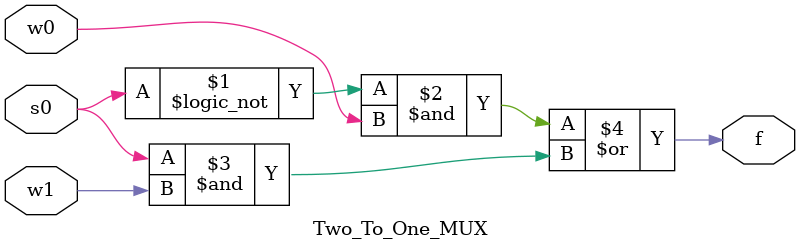
<source format=v>
module Two_To_One_MUX(w0, w1, s0, f);
	input w0, w1, s0;
	output f;
	wire f;
	
	assign f = (!s0 & w0)|(s0 & w1);


endmodule
</source>
